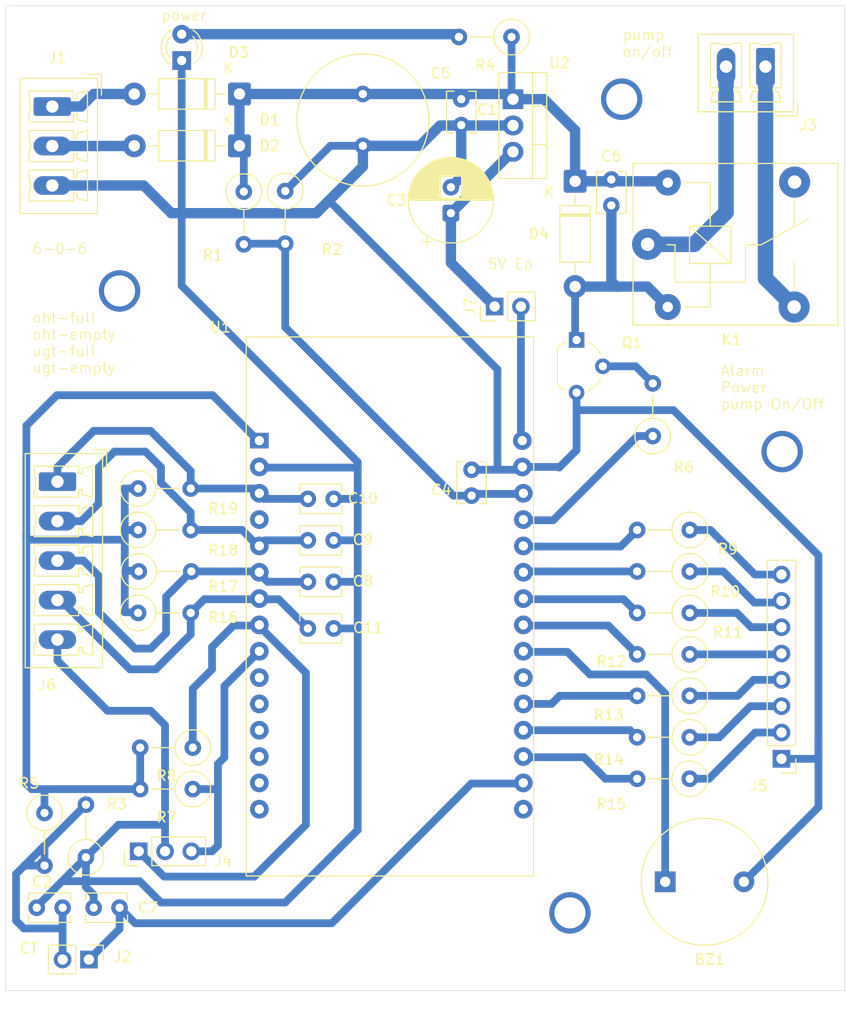
<source format=kicad_pcb>
(kicad_pcb (version 20241229) (generator "pcbnew") (generator_version "9.0")
  (layers (0 "F.Cu" jumper) (2 "B.Cu" signal) (13 "F.Paste" user) (15 "B.Paste" user) (5 "F.SilkS" user "F.Silkscreen") (7 "B.SilkS" user "B.Silkscreen") (1 "F.Mask" user) (3 "B.Mask" user) (25 "Edge.Cuts" user))
  (net 0 "")
  (net 1 "GND")
  (net 2 "+6V")
  (net 3 "+5V")
  (net 4 "Net-(D1-A)")
  (net 5 "Net-(D2-A)")
  (net 6 "Net-(D3-A)")
  (net 7 "+3.3V")
  (net 8 "Net-(J2-Pin_2)")
  (net 9 "v_sens")
  (net 10 "Net-(D4-A)")
  (net 11 "i_sens")
  (net 12 "Net-(J3-Pin_2)")
  (net 13 "Net-(J3-Pin_1)")
  (net 15 "Net-(Q1-B)")
  (net 16 "pump_ctrl")
  (net 25 "ugtFull")
  (net 26 "ohtEmpty")
  (net 27 "ohtfull")
  (net 28 "ugtEmpty")
  (net 29 "Net-(J5-Pin_5)")
  (net 30 "Net-(J5-Pin_6)")
  (net 31 "Net-(J5-Pin_3)")
  (net 32 "Net-(J5-Pin_2)")
  (net 33 "Net-(J5-Pin_4)")
  (net 34 "Net-(J5-Pin_8)")
  (net 35 "Net-(J5-Pin_7)")
  (net 36 "ledAlarm")
  (net 37 "ledPower")
  (net 38 "ledPumpOn")
  (net 39 "ledohtLevel1")
  (net 40 "ledohtLevel2")
  (net 41 "ledugtLevel1")
  (net 42 "ledugtLevel2")
  (net 43 "buzzer")
  (net 44 "manualModeEn")
  (net 45 "alarmReset")
  (net 46 "Net-(J7-Pin_2)")
  (footprint "Capacitor_THT:C_Disc_D3.8mm_W2.6mm_P2.50mm" (layer "F.Cu") (at 88 59.75 -90)
    (property "Reference" "C4" (at 1.94 2.9325 180) (layer "F.SilkS"))
    (property "Value" ".1uF")
    (pad "1" thru_hole circle (at 0 0 270) (size 1.6 1.6) (drill 0.8) (layers "*.Cu" "*.Mask") (net 1 "GND"))
    (pad "2" thru_hole circle (at 2.5 0 270) (size 1.6 1.6) (drill 0.8) (layers "*.Cu" "*.Mask") (net 9 "v_sens"))
  )
  (footprint "Resistor_THT:R_Axial_DIN0309_L9.0mm_D3.2mm_P5.08mm_Vertical" (layer "F.Cu") (at 109.0725 89.56 180)
    (property "Reference" "R15" (at 7.5725 -2.44 0) (layer "F.SilkS"))
    (property "Value" "22k")
    (pad "1" thru_hole circle (at 0 0 180) (size 1.6 1.6) (drill 0.8) (layers "*.Cu" "*.Mask") (net 32 "Net-(J5-Pin_2)"))
    (pad "2" thru_hole circle (at 5.08 0 180) (size 1.6 1.6) (drill 0.8) (layers "*.Cu" "*.Mask") (net 42 "ledugtLevel2"))
  )
  (footprint "Diode_THT:D_DO-41_SOD81_P10.16mm_Horizontal" (layer "F.Cu") (at 65.58 28.5 180)
    (property "Reference" "D2" (at -2.92 0 0) (layer "F.SilkS"))
    (property "Value" "1N4001")
    (fp_text user "K" (at 1.08 2.5 0) (layer "F.SilkS"))
    (pad "1" thru_hole roundrect (at 0 0 180) (size 2.2 2.2) (drill 1.1) (layers "*.Cu" "*.Mask") (roundrect_rratio 0.113636) (net 2 "+6V"))
    (pad "2" thru_hole circle (at 10.16 0 180) (size 2.2 2.2) (drill 1.1) (layers "*.Cu" "*.Mask") (net 5 "Net-(D2-A)"))
  )
  (footprint "Resistor_THT:R_Axial_DIN0309_L9.0mm_D3.2mm_P5.08mm_Vertical" (layer "F.Cu") (at 109.0725 81.56 180)
    (property "Reference" "R13" (at 7.8225 -1.85 0) (layer "F.SilkS"))
    (property "Value" "22k")
    (pad "1" thru_hole circle (at 0 0 180) (size 1.6 1.6) (drill 0.8) (layers "*.Cu" "*.Mask") (net 33 "Net-(J5-Pin_4)"))
    (pad "2" thru_hole circle (at 5.08 0 180) (size 1.6 1.6) (drill 0.8) (layers "*.Cu" "*.Mask") (net 40 "ledohtLevel2"))
  )
  (footprint "Resistor_THT:R_Axial_DIN0309_L9.0mm_D3.2mm_P5.08mm_Vertical" (layer "F.Cu") (at 55.7925 65.56)
    (property "Reference" "R18" (at 8.2075 1.94 0) (layer "F.SilkS"))
    (property "Value" "22k")
    (pad "1" thru_hole circle (at 0 0) (size 1.6 1.6) (drill 0.8) (layers "*.Cu" "*.Mask") (net 7 "+3.3V"))
    (pad "2" thru_hole circle (at 5.08 0) (size 1.6 1.6) (drill 0.8) (layers "*.Cu" "*.Mask") (net 26 "ohtEmpty"))
  )
  (footprint "Capacitor_THT:C_Disc_D3.8mm_W2.6mm_P2.50mm" (layer "F.Cu") (at 51.5 102)
    (property "Reference" "C7" (at 5.25 0 0) (layer "F.SilkS"))
    (property "Value" ".1uF")
    (pad "1" thru_hole circle (at 0 0) (size 1.6 1.6) (drill 0.8) (layers "*.Cu" "*.Mask") (net 1 "GND"))
    (pad "2" thru_hole circle (at 2.5 0) (size 1.6 1.6) (drill 0.8) (layers "*.Cu" "*.Mask") (net 11 "i_sens"))
  )
  (footprint "Diode_THT:D_DO-41_SOD81_P10.16mm_Horizontal" (layer "F.Cu") (at 98 31.92 -90)
    (property "Reference" "D4" (at 5.08 3.5 180) (layer "F.SilkS"))
    (property "Value" "1N4001")
    (fp_text user "K" (at 1.08 2.5 180) (layer "F.SilkS"))
    (pad "1" thru_hole roundrect (at 0 0 270) (size 2.2 2.2) (drill 1.1) (layers "*.Cu" "*.Mask") (roundrect_rratio 0.113636) (net 2 "+6V"))
    (pad "2" thru_hole circle (at 10.16 0 270) (size 2.2 2.2) (drill 1.1) (layers "*.Cu" "*.Mask") (net 10 "Net-(D4-A)"))
  )
  (footprint "Capacitor_THT:C_Disc_D3.8mm_W2.6mm_P2.50mm" (layer "F.Cu") (at 72.1825 66.56)
    (property "Reference" "C9" (at 5.3175 -0.06 0) (layer "F.SilkS"))
    (property "Value" ".1uF")
    (pad "1" thru_hole circle (at 0 0) (size 1.6 1.6) (drill 0.8) (layers "*.Cu" "*.Mask") (net 26 "ohtEmpty"))
    (pad "2" thru_hole circle (at 2.5 0) (size 1.6 1.6) (drill 0.8) (layers "*.Cu" "*.Mask") (net 1 "GND"))
  )
  (footprint "Connector_PinHeader_2.54mm:PinHeader_1x02_P2.54mm_Vertical" (layer "F.Cu") (at 90.225 44 90)
    (property "Reference" "J7" (at 0 -2.38 90) (layer "F.SilkS"))
    (property "Value" "Conn_01x02_Pin")
    (pad "1" thru_hole rect (at 0 0 90) (size 1.7 1.7) (drill 1) (layers "*.Cu" "*.Mask") (net 3 "+5V"))
    (pad "2" thru_hole circle (at 0 2.54 90) (size 1.7 1.7) (drill 1) (layers "*.Cu" "*.Mask") (net 46 "Net-(J7-Pin_2)"))
  )
  (footprint "Resistor_THT:R_Axial_DIN0309_L9.0mm_D3.2mm_P5.08mm_Vertical" (layer "F.Cu") (at 70 32.86 -90)
    (property "Reference" "R2" (at 5.64 -4.5 180) (layer "F.SilkS"))
    (property "Value" "22k")
    (pad "1" thru_hole circle (at 0 0 270) (size 1.6 1.6) (drill 0.8) (layers "*.Cu" "*.Mask") (net 1 "GND"))
    (pad "2" thru_hole circle (at 5.08 0 270) (size 1.6 1.6) (drill 0.8) (layers "*.Cu" "*.Mask") (net 9 "v_sens"))
  )
  (footprint "Resistor_THT:R_Axial_DIN0309_L9.0mm_D3.2mm_P5.08mm_Vertical" (layer "F.Cu") (at 50.75 97.14 90)
    (property "Reference" "R5" (at 7.14 -5.5 180) (layer "F.SilkS"))
    (property "Value" "22k")
    (pad "1" thru_hole circle (at 0 0 90) (size 1.6 1.6) (drill 0.8) (layers "*.Cu" "*.Mask") (net 1 "GND"))
    (pad "2" thru_hole circle (at 5.08 0 90) (size 1.6 1.6) (drill 0.8) (layers "*.Cu" "*.Mask") (net 8 "Net-(J2-Pin_2)"))
  )
  (footprint "Resistor_THT:R_Axial_DIN0309_L9.0mm_D3.2mm_P5.08mm_Vertical" (layer "F.Cu") (at 91.86 18 180)
    (property "Reference" "R4" (at 2.54 -2.72 0) (layer "F.SilkS"))
    (property "Value" "22k")
    (pad "1" thru_hole circle (at 0 0 180) (size 1.6 1.6) (drill 0.8) (layers "*.Cu" "*.Mask") (net 2 "+6V"))
    (pad "2" thru_hole circle (at 5.08 0 180) (size 1.6 1.6) (drill 0.8) (layers "*.Cu" "*.Mask") (net 6 "Net-(D3-A)"))
  )
  (footprint "Capacitor_THT:C_Disc_D3.8mm_W2.6mm_P2.50mm" (layer "F.Cu") (at 101.5 34.25 90)
    (property "Reference" "C6" (at 4.75 0 180) (layer "F.SilkS"))
    (property "Value" ".1uF")
    (pad "1" thru_hole circle (at 0 0 90) (size 1.6 1.6) (drill 0.8) (layers "*.Cu" "*.Mask") (net 10 "Net-(D4-A)"))
    (pad "2" thru_hole circle (at 2.5 0 90) (size 1.6 1.6) (drill 0.8) (layers "*.Cu" "*.Mask") (net 2 "+6V"))
  )
  (footprint "Capacitor_THT:C_Disc_D3.8mm_W2.6mm_P2.50mm" (layer "F.Cu") (at 72.1825 75.06)
    (property "Reference" "C11" (at 5.8175 -0.06 0) (layer "F.SilkS"))
    (property "Value" ".1uF")
    (pad "1" thru_hole circle (at 0 0) (size 1.6 1.6) (drill 0.8) (layers "*.Cu" "*.Mask") (net 28 "ugtEmpty"))
    (pad "2" thru_hole circle (at 2.5 0) (size 1.6 1.6) (drill 0.8) (layers "*.Cu" "*.Mask") (net 1 "GND"))
  )
  (footprint "Package_TO_SOT_THT:TO-220-3_Vertical" (layer "F.Cu") (at 92 24 -90)
    (property "Reference" "U2" (at -3.5 -4.5 180) (layer "F.SilkS"))
    (property "Value" "LM7805_TO220")
    (pad "1" thru_hole rect (at 0 0 270) (size 1.905 2) (drill 1.1) (layers "*.Cu" "*.Mask") (net 2 "+6V"))
    (pad "2" thru_hole oval (at 2.54 0 270) (size 1.905 2) (drill 1.1) (layers "*.Cu" "*.Mask") (net 1 "GND"))
    (pad "3" thru_hole oval (at 5.08 0 270) (size 1.905 2) (drill 1.1) (layers "*.Cu" "*.Mask") (net 3 "+5V"))
  )
  (footprint "Relay_THT:Relay_SPDT_SANYOU_SRD_Series_Form_C" (layer "F.Cu") (at 105 38)
    (property "Reference" "K1" (at 8.1 9.2 0) (layer "F.SilkS"))
    (property "Value" "SANYOU_SRD_Form_C")
    (pad "1" thru_hole circle (at 0 0 90) (size 3 3) (drill 1.3) (layers "*.Cu" "*.Mask") (net 12 "Net-(J3-Pin_2)"))
    (pad "2" thru_hole circle (at 1.95 6.05 90) (size 2.5 2.5) (drill 1) (layers "*.Cu" "*.Mask") (net 10 "Net-(D4-A)"))
    (pad "3" thru_hole circle (at 14.15 6.05 90) (size 3 3) (drill 1.3) (layers "*.Cu" "*.Mask") (net 13 "Net-(J3-Pin_1)"))
    (pad "4" thru_hole circle (at 14.2 -6 90) (size 3 3) (drill 1.3) (layers "*.Cu" "*.Mask"))
    (pad "5" thru_hole circle (at 1.95 -5.95 90) (size 2.5 2.5) (drill 1) (layers "*.Cu" "*.Mask") (net 2 "+6V"))
  )
  (footprint "Capacitor_THT:C_Radial_D12.5mm_H20.0mm_P5.00mm" (layer "F.Cu") (at 77.5 23.5 -90)
    (property "Reference" "C1" (at 1.5 -12 180) (layer "F.SilkS"))
    (property "Value" "1000uf")
    (pad "1" thru_hole circle (at 0 0 270) (size 1.6 1.6) (drill 0.8) (layers "*.Cu" "*.Mask") (net 2 "+6V"))
    (pad "2" thru_hole circle (at 5 0 270) (size 1.6 1.6) (drill 0.8) (layers "*.Cu" "*.Mask") (net 1 "GND"))
  )
  (footprint "Resistor_THT:R_Axial_DIN0309_L9.0mm_D3.2mm_P5.08mm_Vertical" (layer "F.Cu") (at 61.0725 86.56 180)
    (property "Reference" "R8" (at 2.54 -2.72 0) (layer "F.SilkS"))
    (property "Value" "22k")
    (pad "1" thru_hole circle (at 0 0 180) (size 1.6 1.6) (drill 0.8) (layers "*.Cu" "*.Mask") (net 45 "alarmReset"))
    (pad "2" thru_hole circle (at 5.08 0 180) (size 1.6 1.6) (drill 0.8) (layers "*.Cu" "*.Mask") (net 7 "+3.3V"))
  )
  (footprint "Connector_Phoenix_MC:PhoenixContact_MCV_1,5_5-G-3.81_1x05_P3.81mm_Vertical" (layer "F.Cu") (at 48 60.8975 -90)
    (property "Reference" "J6" (at 19.6025 1 180) (layer "F.SilkS"))
    (property "Value" "Conn_01x05_Pin")
    (pad "1" thru_hole roundrect (at 0 0 270) (size 1.8 3.6) (drill 1.2) (layers "*.Cu" "*.Mask") (roundrect_rratio 0.138889) (net 27 "ohtfull"))
    (pad "2" thru_hole oval (at 3.81 0 270) (size 1.8 3.6) (drill 1.2) (layers "*.Cu" "*.Mask") (net 26 "ohtEmpty"))
    (pad "3" thru_hole oval (at 7.62 0 270) (size 1.8 3.6) (drill 1.2) (layers "*.Cu" "*.Mask") (net 25 "ugtFull"))
    (pad "4" thru_hole oval (at 11.43 0 270) (size 1.8 3.6) (drill 1.2) (layers "*.Cu" "*.Mask") (net 28 "ugtEmpty"))
    (pad "5" thru_hole oval (at 15.24 0 270) (size 1.8 3.6) (drill 1.2) (layers "*.Cu" "*.Mask") (net 1 "GND"))
  )
  (footprint "Connector_Phoenix_MC:PhoenixContact_MCV_1,5_2-G-3.81_1x02_P3.81mm_Vertical" (layer "F.Cu") (at 116.3875 20.8575 180)
    (property "Reference" "J3" (at -4.1125 -5.6425 0) (layer "F.SilkS"))
    (property "Value" "TerminalBlock")
    (pad "1" thru_hole roundrect (at 0 0 180) (size 1.8 3.6) (drill 1.2) (layers "*.Cu" "*.Mask") (roundrect_rratio 0.138889) (net 13 "Net-(J3-Pin_1)"))
    (pad "2" thru_hole oval (at 3.81 0 180) (size 1.8 3.6) (drill 1.2) (layers "*.Cu" "*.Mask") (net 12 "Net-(J3-Pin_2)"))
  )
  (footprint "Capacitor_THT:CP_Radial_D8.0mm_P2.50mm" (layer "F.Cu") (at 86 35 90)
    (property "Reference" "C3" (at 1.25 -5.25 180) (layer "F.SilkS"))
    (property "Value" "10uF")
    (pad "1" thru_hole roundrect (at 0 0 90) (size 1.6 1.6) (drill 0.8) (layers "*.Cu" "*.Mask") (roundrect_rratio 0.15625) (net 3 "+5V"))
    (pad "2" thru_hole circle (at 2.5 0 90) (size 1.6 1.6) (drill 0.8) (layers "*.Cu" "*.Mask") (net 1 "GND"))
  )
  (footprint "Resistor_THT:R_Axial_DIN0309_L9.0mm_D3.2mm_P5.08mm_Vertical" (layer "F.Cu") (at 66 32.92 -90)
    (property "Reference" "R1" (at 6.13 3 180) (layer "F.SilkS"))
    (property "Value" "22k")
    (pad "1" thru_hole circle (at 0 0 270) (size 1.6 1.6) (drill 0.8) (layers "*.Cu" "*.Mask") (net 2 "+6V"))
    (pad "2" thru_hole circle (at 5.08 0 270) (size 1.6 1.6) (drill 0.8) (layers "*.Cu" "*.Mask") (net 9 "v_sens"))
  )
  (footprint "Package_TO_SOT_THT:TO-92_Wide" (layer "F.Cu") (at 98.14 47.23 -90)
    (property "Reference" "Q1" (at 0.27 -5.36 0) (layer "F.SilkS"))
    (property "Value" "BC547")
    (pad "1" thru_hole rect (at 0 0 270) (size 1.5 1.5) (drill 0.8) (layers "*.Cu" "*.Mask") (net 10 "Net-(D4-A)"))
    (pad "2" thru_hole circle (at 2.54 -2.54 270) (size 1.5 1.5) (drill 0.8) (layers "*.Cu" "*.Mask") (net 15 "Net-(Q1-B)"))
    (pad "3" thru_hole circle (at 5.08 0 270) (size 1.5 1.5) (drill 0.8) (layers "*.Cu" "*.Mask") (net 1 "GND"))
  )
  (footprint "Connector_PinHeader_2.54mm:PinHeader_1x08_P2.54mm_Vertical" (layer "F.Cu") (at 117.9325 87.64 180)
    (property "Reference" "J5" (at 2.1825 -2.61 0) (layer "F.SilkS"))
    (property "Value" "Conn_01x08_Pin")
    (pad "1" thru_hole rect (at 0 0 180) (size 1.7 1.7) (drill 1) (layers "*.Cu" "*.Mask") (net 1 "GND"))
    (pad "2" thru_hole circle (at 0 2.54 180) (size 1.7 1.7) (drill 1) (layers "*.Cu" "*.Mask") (net 32 "Net-(J5-Pin_2)"))
    (pad "3" thru_hole circle (at 0 5.08 180) (size 1.7 1.7) (drill 1) (layers "*.Cu" "*.Mask") (net 31 "Net-(J5-Pin_3)"))
    (pad "4" thru_hole circle (at 0 7.62 180) (size 1.7 1.7) (drill 1) (layers "*.Cu" "*.Mask") (net 33 "Net-(J5-Pin_4)"))
    (pad "5" thru_hole circle (at 0 10.16 180) (size 1.7 1.7) (drill 1) (layers "*.Cu" "*.Mask") (net 29 "Net-(J5-Pin_5)"))
    (pad "6" thru_hole circle (at 0 12.7 180) (size 1.7 1.7) (drill 1) (layers "*.Cu" "*.Mask") (net 30 "Net-(J5-Pin_6)"))
    (pad "7" thru_hole circle (at 0 15.24 180) (size 1.7 1.7) (drill 1) (layers "*.Cu" "*.Mask") (net 35 "Net-(J5-Pin_7)"))
    (pad "8" thru_hole circle (at 0 17.78 180) (size 1.7 1.7) (drill 1) (layers "*.Cu" "*.Mask") (net 34 "Net-(J5-Pin_8)"))
  )
  (footprint "Resistor_THT:R_Axial_DIN0309_L9.0mm_D3.2mm_P5.08mm_Vertical" (layer "F.Cu") (at 55.8525 69.56)
    (property "Reference" "R17" (at 8.1475 1.44 0) (layer "F.SilkS"))
    (property "Value" "22k")
    (pad "1" thru_hole circle (at 0 0) (size 1.6 1.6) (drill 0.8) (layers "*.Cu" "*.Mask") (net 7 "+3.3V"))
    (pad "2" thru_hole circle (at 5.08 0) (size 1.6 1.6) (drill 0.8) (layers "*.Cu" "*.Mask") (net 25 "ugtFull"))
  )
  (footprint "Resistor_THT:R_Axial_DIN0309_L9.0mm_D3.2mm_P5.08mm_Vertical" (layer "F.Cu") (at 109.0725 69.56 180)
    (property "Reference" "R10" (at -3.4275 -1.94 0) (layer "F.SilkS"))
    (property "Value" "22k")
    (pad "1" thru_hole circle (at 0 0 180) (size 1.6 1.6) (drill 0.8) (layers "*.Cu" "*.Mask") (net 35 "Net-(J5-Pin_7)"))
    (pad "2" thru_hole circle (at 5.08 0 180) (size 1.6 1.6) (drill 0.8) (layers "*.Cu" "*.Mask") (net 37 "ledPower"))
  )
  (footprint "LED_THT:LED_D3.0mm" (layer "F.Cu") (at 60 20.27 90)
    (property "Reference" "D3" (at 0.77 5.5 180) (layer "F.SilkS"))
    (property "Value" "LED")
    (pad "1" thru_hole rect (at 0 0 90) (size 1.8 1.8) (drill 0.9) (layers "*.Cu" "*.Mask") (net 1 "GND"))
    (pad "2" thru_hole circle (at 2.54 0 90) (size 1.8 1.8) (drill 0.9) (layers "*.Cu" "*.Mask") (net 6 "Net-(D3-A)"))
  )
  (footprint "Resistor_THT:R_Axial_DIN0309_L9.0mm_D3.2mm_P5.08mm_Vertical" (layer "F.Cu") (at 46.75 92.86 -90)
    (property "Reference" "R3" (at -0.86 -7 180) (layer "F.SilkS"))
    (property "Value" "22k")
    (pad "1" thru_hole circle (at 0 0 270) (size 1.6 1.6) (drill 0.8) (layers "*.Cu" "*.Mask") (net 7 "+3.3V"))
    (pad "2" thru_hole circle (at 5.08 0 270) (size 1.6 1.6) (drill 0.8) (layers "*.Cu" "*.Mask") (net 8 "Net-(J2-Pin_2)"))
  )
  (footprint "myLib:BUZ_12X7P6" (layer "F.Cu") (at 110.5 99.5 90)
    (property "Reference" "BZ1" (at -7.5 0.5 180) (layer "F.SilkS"))
    (property "Value" "Buzzer")
    (pad "1" thru_hole rect (at 0 -3.8 90) (size 2 2) (drill 1) (layers "*.Cu" "*.Mask") (net 43 "buzzer"))
    (pad "2" thru_hole oval (at 0 3.8 90) (size 2 2) (drill 1) (layers "*.Cu" "*.Mask") (net 1 "GND"))
  )
  (footprint "Diode_THT:D_DO-41_SOD81_P10.16mm_Horizontal" (layer "F.Cu") (at 65.58 23.5 180)
    (property "Reference" "D1" (at -2.92 -2.5 0) (layer "F.SilkS"))
    (property "Value" "1N4001")
    (fp_text user "K" (at 1.08 2.5 0) (layer "F.SilkS"))
    (pad "1" thru_hole roundrect (at 0 0 180) (size 2.2 2.2) (drill 1.1) (layers "*.Cu" "*.Mask") (roundrect_rratio 0.113636) (net 2 "+6V"))
    (pad "2" thru_hole circle (at 10.16 0 180) (size 2.2 2.2) (drill 1.1) (layers "*.Cu" "*.Mask") (net 4 "Net-(D1-A)"))
  )
  (footprint "Resistor_THT:R_Axial_DIN0309_L9.0mm_D3.2mm_P5.08mm_Vertical" (layer "F.Cu") (at 109.0725 85.56 180)
    (property "Reference" "R14" (at 7.8225 -2.15 0) (layer "F.SilkS"))
    (property "Value" "22k")
    (pad "1" thru_hole circle (at 0 0 180) (size 1.6 1.6) (drill 0.8) (layers "*.Cu" "*.Mask") (net 31 "Net-(J5-Pin_3)"))
    (pad "2" thru_hole circle (at 5.08 0 180) (size 1.6 1.6) (drill 0.8) (layers "*.Cu" "*.Mask") (net 41 "ledugtLevel1"))
  )
  (footprint "Connector_PinHeader_2.54mm:PinHeader_1x03_P2.54mm_Vertical" (layer "F.Cu") (at 55.8525 96.56 90)
    (property "Reference" "J4" (at -0.94 8.1475 180) (layer "F.SilkS"))
    (property "Value" "Conn_01x03_Pin")
    (pad "1" thru_hole rect (at 0 0 90) (size 1.7 1.7) (drill 1) (layers "*.Cu" "*.Mask") (net 45 "alarmReset"))
    (pad "2" thru_hole circle (at 0 2.54 90) (size 1.7 1.7) (drill 1) (layers "*.Cu" "*.Mask") (net 1 "GND"))
    (pad "3" thru_hole circle (at 0 5.08 90) (size 1.7 1.7) (drill 1) (layers "*.Cu" "*.Mask") (net 44 "manualModeEn"))
  )
  (footprint "myLib:ESP32-DevKit-V1" (layer "F.Cu") (at 67.5 56.94)
    (property "Reference" "U1" (at -3.75 -10.94 0) (layer "F.SilkS"))
    (property "Value" "ESP32-DevKit-V1")
    (pad "1" thru_hole rect (at 0 0) (size 1.8 1.5) (drill 0.9) (layers "*.Cu" "*.Mask") (net 7 "+3.3V"))
    (pad "2" thru_hole circle (at 0 2.54) (size 1.8 1.8) (drill 0.9) (layers "*.Cu" "*.Mask") (net 1 "GND"))
    (pad "3" thru_hole circle (at 0 5.08) (size 1.8 1.8) (drill 0.9) (layers "*.Cu" "*.Mask") (net 27 "ohtfull"))
    (pad "4" thru_hole circle (at 0 7.62) (size 1.8 1.8) (drill 0.9) (layers "*.Cu" "*.Mask"))
    (pad "5" thru_hole circle (at 0 10.16) (size 1.8 1.8) (drill 0.9) (layers "*.Cu" "*.Mask") (net 26 "ohtEmpty"))
    (pad "6" thru_hole circle (at 0 12.7) (size 1.8 1.8) (drill 0.9) (layers "*.Cu" "*.Mask") (net 25 "ugtFull"))
    (pad "7" thru_hole circle (at 0 15.24) (size 1.8 1.8) (drill 0.9) (layers "*.Cu" "*.Mask") (net 28 "ugtEmpty"))
    (pad "8" thru_hole circle (at 0 17.78) (size 1.8 1.8) (drill 0.9) (layers "*.Cu" "*.Mask") (net 45 "alarmReset"))
    (pad "9" thru_hole circle (at 0 20.32) (size 1.8 1.8) (drill 0.9) (layers "*.Cu" "*.Mask") (net 44 "manualModeEn"))
    (pad "10" thru_hole circle (at 0 22.86) (size 1.8 1.8) (drill 0.9) (layers "*.Cu" "*.Mask"))
    (pad "11" thru_hole circle (at 0 25.4) (size 1.8 1.8) (drill 0.9) (layers "*.Cu" "*.Mask"))
    (pad "12" thru_hole circle (at 0 27.94) (size 1.8 1.8) (drill 0.9) (layers "*.Cu" "*.Mask"))
    (pad "13" thru_hole circle (at 0 30.48) (size 1.8 1.8) (drill 0.9) (layers "*.Cu" "*.Mask"))
    (pad "14" thru_hole circle (at 0 33.02) (size 1.8 1.8) (drill 0.9) (layers "*.Cu" "*.Mask"))
    (pad "15" thru_hole circle (at 0 35.56) (size 1.8 1.8) (drill 0.9) (layers "*.Cu" "*.Mask"))
    (pad "16" thru_hole circle (at 25.5 35.56) (size 1.8 1.8) (drill 0.9) (layers "*.Cu" "*.Mask"))
    (pad "17" thru_hole circle (at 25.5 33.02) (size 1.8 1.8) (drill 0.9) (layers "*.Cu" "*.Mask") (net 11 "i_sens"))
    (pad "18" thru_hole circle (at 25.5 30.48) (size 1.8 1.8) (drill 0.9) (layers "*.Cu" "*.Mask") (net 42 "ledugtLevel2"))
    (pad "19" thru_hole circle (at 25.5 27.94) (size 1.8 1.8) (drill 0.9) (layers "*.Cu" "*.Mask") (net 41 "ledugtLevel1"))
    (pad "20" thru_hole circle (at 25.5 25.4) (size 1.8 1.8) (drill 0.9) (layers "*.Cu" "*.Mask") (net 40 "ledohtLevel2"))
    (pad "21" thru_hole circle (at 25.5 22.86) (size 1.8 1.8) (drill 0.9) (layers "*.Cu" "*.Mask"))
    (pad "22" thru_hole circle (at 25.5 20.32) (size 1.8 1.8) (drill 0.9) (layers "*.Cu" "*.Mask") (net 43 "buzzer"))
    (pad "23" thru_hole circle (at 25.5 17.78) (size 1.8 1.8) (drill 0.9) (layers "*.Cu" "*.Mask") (net 39 "ledohtLevel1"))
    (pad "24" thru_hole circle (at 25.5 15.24) (size 1.8 1.8) (drill 0.9) (layers "*.Cu" "*.Mask") (net 38 "ledPumpOn"))
    (pad "25" thru_hole circle (at 25.5 12.7) (size 1.8 1.8) (drill 0.9) (layers "*.Cu" "*.Mask") (net 37 "ledPower"))
    (pad "26" thru_hole circle (at 25.5 10.16) (size 1.8 1.8) (drill 0.9) (layers "*.Cu" "*.Mask") (net 36 "ledAlarm"))
    (pad "27" thru_hole circle (at 25.5 7.62) (size 1.8 1.8) (drill 0.9) (layers "*.Cu" "*.Mask") (net 16 "pump_ctrl"))
    (pad "28" thru_hole circle (at 25.5 5.08) (size 1.8 1.8) (drill 0.9) (layers "*.Cu" "*.Mask") (net 9 "v_sens"))
    (pad "29" thru_hole circle (at 25.4 2.54) (size 1.8 1.8) (drill 0.9) (layers "*.Cu" "*.Mask") (net 1 "GND"))
    (pad "30" thru_hole circle (at 25.4 0) (size 1.8 1.8) (drill 0.9) (layers "*.Cu" "*.Mask") (net 46 "Net-(J7-Pin_2)"))
  )
  (footprint "Resistor_THT:R_Axial_DIN0309_L9.0mm_D3.2mm_P5.08mm_Vertical" (layer "F.Cu") (at 109.0725 77.56 180)
    (property "Reference" "R12" (at 7.5725 -0.69 0) (layer "F.SilkS"))
    (property "Value" "22k")
    (pad "1" thru_hole circle (at 0 0 180) (size 1.6 1.6) (drill 0.8) (layers "*.Cu" "*.Mask") (net 29 "Net-(J5-Pin_5)"))
    (pad "2" thru_hole circle (at 5.08 0 180) (size 1.6 1.6) (drill 0.8) (layers "*.Cu" "*.Mask") (net 39 "ledohtLevel1"))
  )
  (footprint "Resistor_THT:R_Axial_DIN0309_L9.0mm_D3.2mm_P5.08mm_Vertical" (layer "F.Cu") (at 55.7925 61.56)
    (property "Reference" "R19" (at 8.2075 1.94 0) (layer "F.SilkS"))
    (property "Value" "22k")
    (pad "1" thru_hole circle (at 0 0) (size 1.6 1.6) (drill 0.8) (layers "*.Cu" "*.Mask") (net 7 "+3.3V"))
    (pad "2" thru_hole circle (at 5.08 0) (size 1.6 1.6) (drill 0.8) (layers "*.Cu" "*.Mask") (net 27 "ohtfull"))
  )
  (footprint "Resistor_THT:R_Axial_DIN0309_L9.0mm_D3.2mm_P5.08mm_Vertical" (layer "F.Cu") (at 109.0725 65.56 180)
    (property "Reference" "R9" (at -3.6775 -1.85 0) (layer "F.SilkS"))
    (property "Value" "22k")
    (pad "1" thru_hole circle (at 0 0 180) (size 1.6 1.6) (drill 0.8) (layers "*.Cu" "*.Mask") (net 34 "Net-(J5-Pin_8)"))
    (pad "2" thru_hole circle (at 5.08 0 180) (size 1.6 1.6) (drill 0.8) (layers "*.Cu" "*.Mask") (net 36 "ledAlarm"))
  )
  (footprint "Connector_PinHeader_2.54mm:PinHeader_1x02_P2.54mm_Vertical" (layer "F.Cu") (at 51.04 107 -90)
    (property "Reference" "J2" (at -0.25 -3.25 180) (layer "F.SilkS"))
    (property "Value" "Conn_01x02_Pin")
    (pad "1" thru_hole rect (at 0 0 270) (size 1.7 1.7) (drill 1) (layers "*.Cu" "*.Mask") (net 11 "i_sens"))
    (pad "2" thru_hole circle (at 0 2.54 270) (size 1.7 1.7) (drill 1) (layers "*.Cu" "*.Mask") (net 8 "Net-(J2-Pin_2)"))
  )
  (footprint "Capacitor_THT:C_Disc_D3.8mm_W2.6mm_P2.50mm" (layer "F.Cu") (at 72.1825 62.56)
    (property "Reference" "C10" (at 5.3175 -0.06 0) (layer "F.SilkS"))
    (property "Value" ".1uF")
    (pad "1" thru_hole circle (at 0 0) (size 1.6 1.6) (drill 0.8) (layers "*.Cu" "*.Mask") (net 27 "ohtfull"))
    (pad "2" thru_hole circle (at 2.5 0) (size 1.6 1.6) (drill 0.8) (layers "*.Cu" "*.Mask") (net 1 "GND"))
  )
  (footprint "Resistor_THT:R_Axial_DIN0309_L9.0mm_D3.2mm_P5.08mm_Vertical" (layer "F.Cu") (at 55.7925 73.56)
    (property "Reference" "R16" (at 8.2075 0.44 0) (layer "F.SilkS"))
    (property "Value" "22k")
    (pad "1" thru_hole circle (at 0 0) (size 1.6 1.6) (drill 0.8) (layers "*.Cu" "*.Mask") (net 7 "+3.3V"))
    (pad "2" thru_hole circle (at 5.08 0) (size 1.6 1.6) (drill 0.8) (layers "*.Cu" "*.Mask") (net 28 "ugtEmpty"))
  )
  (footprint "Resistor_THT:R_Axial_DIN0309_L9.0mm_D3.2mm_P5.08mm_Vertical" (layer "F.Cu") (at 61.0725 90.56 180)
    (property "Reference" "R7" (at 2.54 -2.72 0) (layer "F.SilkS"))
    (property "Value" "22k")
    (pad "1" thru_hole circle (at 0 0 180) (size 1.6 1.6) (drill 0.8) (layers "*.Cu" "*.Mask") (net 44 "manualModeEn"))
    (pad "2" thru_hole circle (at 5.08 0 180) (size 1.6 1.6) (drill 0.8) (layers "*.Cu" "*.Mask") (net 7 "+3.3V"))
  )
  (footprint "Resistor_THT:R_Axial_DIN0309_L9.0mm_D3.2mm_P5.08mm_Vertical" (layer "F.Cu") (at 105.5 56.5 90)
    (property "Reference" "R6" (at -3 3 180) (layer "F.SilkS"))
    (property "Value" "22k")
    (pad "1" thru_hole circle (at 0 0 90) (size 1.6 1.6) (drill 0.8) (layers "*.Cu" "*.Mask") (net 16 "pump_ctrl"))
    (pad "2" thru_hole circle (at 5.08 0 90) (size 1.6 1.6) (drill 0.8) (layers "*.Cu" "*.Mask") (net 15 "Net-(Q1-B)"))
  )
  (footprint "Capacitor_THT:C_Disc_D3.8mm_W2.6mm_P2.50mm" (layer "F.Cu") (at 87 26.5 90)
    (property "Reference" "C5" (at 5 -2 180) (layer "F.SilkS"))
    (property "Value" ".1uF")
    (pad "1" thru_hole circle (at 0 0 90) (size 1.6 1.6) (drill 0.8) (layers "*.Cu" "*.Mask") (net 1 "GND"))
    (pad "2" thru_hole circle (at 2.5 0 90) (size 1.6 1.6) (drill 0.8) (layers "*.Cu" "*.Mask") (net 2 "+6V"))
  )
  (footprint "Connector_Phoenix_MC:PhoenixContact_MCV_1,5_3-G-3.81_1x03_P3.81mm_Vertical" (layer "F.Cu") (at 47.5 24.7075 -90)
    (property "Reference" "J1" (at -4.7075 -0.5 0) (layer "F.SilkS"))
    (property "Value" "TerminalBlock")
    (pad "1" thru_hole roundrect (at 0 0 270) (size 1.8 3.6) (drill 1.2) (layers "*.Cu" "*.Mask") (roundrect_rratio 0.138889) (net 4 "Net-(D1-A)"))
    (pad "2" thru_hole oval (at 3.81 0 270) (size 1.8 3.6) (drill 1.2) (layers "*.Cu" "*.Mask") (net 5 "Net-(D2-A)"))
    (pad "3" thru_hole oval (at 7.62 0 270) (size 1.8 3.6) (drill 1.2) (layers "*.Cu" "*.Mask") (net 1 "GND"))
  )
  (footprint "Resistor_THT:R_Axial_DIN0309_L9.0mm_D3.2mm_P5.08mm_Vertical" (layer "F.Cu") (at 109.0725 73.56 180)
    (property "Reference" "R11" (at -3.6775 -1.85 0) (layer "F.SilkS"))
    (property "Value" "22k")
    (pad "1" thru_hole circle (at 0 0 180) (size 1.6 1.6) (drill 0.8) (layers "*.Cu" "*.Mask") (net 30 "Net-(J5-Pin_6)"))
    (pad "2" thru_hole circle (at 5.08 0 180) (size 1.6 1.6) (drill 0.8) (layers "*.Cu" "*.Mask") (net 38 "ledPumpOn"))
  )
  (footprint "Capacitor_THT:C_Disc_D3.8mm_W2.6mm_P2.50mm" (layer "F.Cu") (at 72.1825 70.56)
    (property "Reference" "C8" (at 5.3175 -0.06 0) (layer "F.SilkS"))
    (property "Value" ".1uF")
    (pad "1" thru_hole circle (at 0 0) (size 1.6 1.6) (drill 0.8) (layers "*.Cu" "*.Mask") (net 25 "ugtFull"))
    (pad "2" thru_hole circle (at 2.5 0) (size 1.6 1.6) (drill 0.8) (layers "*.Cu" "*.Mask") (net 1 "GND"))
  )
  (footprint "Capacitor_THT:C_Disc_D3.8mm_W2.6mm_P2.50mm" (layer "F.Cu") (at 46 102)
    (property "Reference" "C2" (at 0.5 -2.5 0) (layer "F.SilkS"))
    (property "Value" ".1uF")
    (pad "1" thru_hole circle (at 0 0) (size 1.6 1.6) (drill 0.8) (layers "*.Cu" "*.Mask") (net 1 "GND"))
    (pad "2" thru_hole circle (at 2.5 0) (size 1.6 1.6) (drill 0.8) (layers "*.Cu" "*.Mask") (net 8 "Net-(J2-Pin_2)"))
  )
  (gr_line (start 43 110) (end 124 110) (stroke (width 0.05)) (layer "Edge.Cuts"))
  (gr_line (start 43 15) (end 43 110) (stroke (width 0.05)) (layer "Edge.Cuts"))
  (gr_line (start 124 15) (end 43 15) (stroke (width 0.05)) (layer "Edge.Cuts"))
  (gr_line (start 124 110) (end 124 15) (stroke (width 0.05)) (layer "Edge.Cuts"))
  (gr_text "6-0-6" (at 45.5 39 0) (layer "F.SilkS") (effects (font (size 1 1) (thickness 0.1)) (justify left bottom)))
  (gr_text "power" (at 58 16.5 0) (layer "F.SilkS") (effects (font (size 1 1) (thickness 0.1)) (justify left bottom)))
  (gr_text "Alarm\nPower\npump On/Off" (at 112 54 0) (layer "F.SilkS") (effects (font (size 1 1) (thickness 0.1)) (justify left bottom)))
  (gr_text "5V En" (at 89.5 40.5 0) (layer "F.SilkS") (effects (font (size 1 1) (thickness 0.1)) (justify left bottom)))
  (gr_text "CT" (at 44.25 106.5 0) (layer "F.SilkS") (effects (font (size 1 1)) (justify left bottom)))
  (gr_text "pump \non/off" (at 105 20 0) (layer "F.SilkS") (effects (font (size 1 1) (thickness 0.1)) (justify bottom)))
  (gr_text "oht-full\noht-empty\nugt-full\nugt-empty" (at 45.5 50.5 0) (layer "F.SilkS") (effects (font (size 1 1) (thickness 0.1)) (justify left bottom)))
  (via (at 118 58) (size 4) (drill 3) (layers "F.Cu" "B.Cu") (net 0))
  (via (at 97.5 102.5) (size 4) (drill 3) (layers "F.Cu" "B.Cu") (net 0))
  (via (at 102.5 24) (size 4) (drill 3) (layers "F.Cu" "B.Cu") (net 0))
  (via (at 54 42.5) (size 4) (drill 3) (layers "F.Cu" "B.Cu") (net 0))
  (segment (start 56.3275 32.3275) (end 47.5 32.3275) (width 1) (layer "B.Cu") (net 1))
  (segment (start 98.14 54) (end 107.5 54) (width 0.75) (layer "B.Cu") (net 1))
  (segment (start 60 20.27) (end 60 42) (width 0.75) (layer "B.Cu") (net 1))
  (segment (start 77 62.5) (end 77 66.5) (width 0.75) (layer "B.Cu") (net 1))
  (segment (start 74.6825 62.56) (end 76.94 62.56) (width 0.75) (layer "B.Cu") (net 1))
  (segment (start 59 35) (end 73 35) (width 1) (layer "B.Cu") (net 1))
  (segment (start 76.94 75.06) (end 77 75) (width 0.75) (layer "B.Cu") (net 1))
  (segment (start 60 42) (end 77 59) (width 0.75) (layer "B.Cu") (net 1))
  (segment (start 74.375 33.9425) (end 87.9325 47.5) (width 0.75) (layer "B.Cu") (net 1))
  (segment (start 74.6825 66.56) (end 76.94 66.56) (width 0.75) (layer "B.Cu") (net 1))
  (segment (start 77 75) (end 77 94.5) (width 0.75) (layer "B.Cu") (net 1))
  (segment (start 59 35) (end 56.3275 32.3275) (width 1) (layer "B.Cu") (net 1))
  (segment (start 77 59) (end 77 59.5) (width 0.75) (layer "B.Cu") (net 1))
  (segment (start 76.94 66.56) (end 77 66.5) (width 0.75) (layer "B.Cu") (net 1))
  (segment (start 107.5 54) (end 121.5 68) (width 0.75) (layer "B.Cu") (net 1))
  (segment (start 73 35) (end 77.5 30.5) (width 1) (layer "B.Cu") (net 1))
  (segment (start 77.5 28.5) (end 83 28.5) (width 1) (layer "B.Cu") (net 1))
  (segment (start 55.945 99.445) (end 48.445 99.445) (width 0.75) (layer "B.Cu") (net 1))
  (segment (start 77 66.5) (end 77 70.5) (width 0.75) (layer "B.Cu") (net 1))
  (segment (start 121.5 85.5) (end 121.5 87.64) (width 0.75) (layer "B.Cu") (net 1))
  (segment (start 92 26.54) (end 84.96 26.54) (width 1) (layer "B.Cu") (net 1))
  (segment (start 58 101.5) (end 55.945 99.445) (width 0.75) (layer "B.Cu") (net 1))
  (segment (start 51.5 102) (end 51.5 100.75) (width 0.75) (layer "B.Cu") (net 1))
  (segment (start 52.84 83) (end 48 78.16) (width 0.75) (layer "B.Cu") (net 1))
  (segment (start 46 101.89) (end 48.445 99.445) (width 0.75) (layer "B.Cu") (net 1))
  (segment (start 87.9325 47.5) (end 90.5 50.0675) (width 0.75) (layer "B.Cu") (net 1))
  (segment (start 58.3925 94) (end 58.3925 96.56) (width 0.75) (layer "B.Cu") (net 1))
  (segment (start 46 102) (end 46 101.89) (width 0.75) (layer "B.Cu") (net 1))
  (segment (start 76.94 62.56) (end 77 62.5) (width 0.75) (layer "B.Cu") (net 1))
  (segment (start 48 78.16) (end 48 76.1375) (width 0.75) (layer "B.Cu") (net 1))
  (segment (start 67.4325 59.54) (end 76.96 59.54) (width 0.75) (layer "B.Cu") (net 1))
  (segment (start 87 26.5) (end 87 31.5) (width 1) (layer "B.Cu") (net 1))
  (segment (start 77 59.5) (end 77 62.5) (width 0.75) (layer "B.Cu") (net 1))
  (segment (start 96.4 59.48) (end 92.9 59.48) (width 0.75) (layer "B.Cu") (net 1))
  (segment (start 57 83) (end 52.84 83) (width 0.75) (layer "B.Cu") (net 1))
  (segment (start 121.5 87.64) (end 117.9325 87.64) (width 0.75) (layer "B.Cu") (net 1))
  (segment (start 114.3 99.5) (end 121.5 92.3) (width 0.75) (layer "B.Cu") (net 1))
  (segment (start 74.6825 70.56) (end 76.94 70.56) (width 0.75) (layer "B.Cu") (net 1))
  (segment (start 88 59.75) (end 92.63 59.75) (width 0.75) (layer "B.Cu") (net 1))
  (segment (start 121.5 68) (end 121.5 85.5) (width 0.75) (layer "B.Cu") (net 1))
  (segment (start 58.3925 94) (end 58.3925 84.3925) (width 0.75) (layer "B.Cu") (net 1))
  (segment (start 92.63 59.75) (end 92.9 59.48) (width 0.75) (layer "B.Cu") (net 1))
  (segment (start 77 70.5) (end 77 75) (width 0.75) (layer "B.Cu") (net 1))
  (segment (start 121.5 92.3) (end 121.5 85.5) (width 0.75) (layer "B.Cu") (net 1))
  (segment (start 98.14 54) (end 98.14 57.86) (width 0.75) (layer "B.Cu") (net 1))
  (segment (start 48.445 99.445) (end 50.75 97.14) (width 0.75) (layer "B.Cu") (net 1))
  (segment (start 77 94.5) (end 70 101.5) (width 0.75) (layer "B.Cu") (net 1))
  (segment (start 74.6825 75.06) (end 76.94 75.06) (width 0.75) (layer "B.Cu") (net 1))
  (segment (start 76.94 70.56) (end 77 70.5) (width 0.75) (layer "B.Cu") (net 1))
  (segment (start 58.3925 84.3925) (end 57 83) (width 0.75) (layer "B.Cu") (net 1))
  (segment (start 50.75 100) (end 50.75 97.14) (width 0.75) (layer "B.Cu") (net 1))
  (segment (start 76.96 59.54) (end 77 59.5) (width 0.75) (layer "B.Cu") (net 1))
  (segment (start 87 31.5) (end 86 32.5) (width 1) (layer "B.Cu") (net 1))
  (segment (start 98.14 57.86) (end 96.46 59.54) (width 0.75) (layer "B.Cu") (net 1))
  (segment (start 70 101.5) (end 58 101.5) (width 0.75) (layer "B.Cu") (net 1))
  (segment (start 53.89 94) (end 58.3925 94) (width 0.75) (layer "B.Cu") (net 1))
  (segment (start 51.5 100.75) (end 50.75 100) (width 0.75) (layer "B.Cu") (net 1))
  (segment (start 84.96 26.54) (end 83 28.5) (width 1) (layer "B.Cu") (net 1))
  (segment (start 74.36 28.5) (end 70 32.86) (width 0.75) (layer "B.Cu") (net 1))
  (segment (start 77.5 28.5) (end 74.36 28.5) (width 0.75) (layer "B.Cu") (net 1))
  (segment (start 98.14 52.31) (end 98.14 54) (width 0.75) (layer "B.Cu") (net 1))
  (segment (start 96.46 59.54) (end 96.4 59.48) (width 0.75) (layer "B.Cu") (net 1))
  (segment (start 77.5 30.5) (end 77.5 28.5) (width 1) (layer "B.Cu") (net 1))
  (segment (start 50.75 97.14) (end 53.89 94) (width 0.75) (layer "B.Cu") (net 1))
  (segment (start 90.5 50.0675) (end 90.5 59.54) (width 0.75) (layer "B.Cu") (net 1))
  (segment (start 77.5 23.5) (end 91.5 23.5) (width 1) (layer "B.Cu") (net 2))
  (segment (start 98 31.92) (end 106.82 31.92) (width 1) (layer "B.Cu") (net 2))
  (segment (start 95 24) (end 98 27) (width 1) (layer "B.Cu") (net 2))
  (segment (start 66 32.92) (end 66 28.92) (width 0.75) (layer "B.Cu") (net 2))
  (segment (start 65.58 23.5) (end 77.5 23.5) (width 1) (layer "B.Cu") (net 2))
  (segment (start 98 27) (end 98 31.92) (width 1) (layer "B.Cu") (net 2))
  (segment (start 91.5 23.5) (end 92 24) (width 1) (layer "B.Cu") (net 2))
  (segment (start 66 28.92) (end 65.58 28.5) (width 0.75) (layer "B.Cu") (net 2))
  (segment (start 92 24) (end 95 24) (width 1) (layer "B.Cu") (net 2))
  (segment (start 91.86 18.5) (end 91.86 23.86) (width 0.75) (layer "B.Cu") (net 2))
  (segment (start 91.86 23.86) (end 92 24) (width 0.75) (layer "B.Cu") (net 2))
  (segment (start 106.82 31.92) (end 106.95 32.05) (width 0.75) (layer "B.Cu") (net 2))
  (segment (start 65.58 23.5) (end 65.58 28.5) (width 1) (layer "B.Cu") (net 2))
  (segment (start 86 35) (end 86 39.775) (width 1) (layer "B.Cu") (net 3))
  (segment (start 86 39.775) (end 90.225 44) (width 1) (layer "B.Cu") (net 3))
  (segment (start 91.92 29.08) (end 86 35) (width 1) (layer "B.Cu") (net 3))
  (segment (start 92 29.08) (end 91.92 29.08) (width 1) (layer "B.Cu") (net 3))
  (segment (start 50.2925 24.7075) (end 51.5 23.5) (width 1) (layer "B.Cu") (net 4))
  (segment (start 51.5 23.5) (end 55.42 23.5) (width 1) (layer "B.Cu") (net 4))
  (segment (start 50.2925 24.7075) (end 47.5 24.7075) (width 1) (layer "B.Cu") (net 4))
  (segment (start 55.4025 28.5175) (end 55.42 28.5) (width 0.75) (layer "F.Cu") (net 5))
  (segment (start 47.5 28.5175) (end 55.4025 28.5175) (width 1) (layer "B.Cu") (net 5))
  (segment (start 60 17.73) (end 86.51 17.73) (width 1) (layer "B.Cu") (net 6))
  (segment (start 86.51 17.73) (end 86.78 18) (width 1) (layer "B.Cu") (net 6))
  (segment (start 54.5 69.5) (end 55.7925 69.5) (width 0.75) (layer "B.Cu") (net 7))
  (segment (start 45 66) (end 45 90.06) (width 0.75) (layer "B.Cu") (net 7))
  (segment (start 54.5 69.5) (end 54.5 66.5) (width 0.75) (layer "B.Cu") (net 7))
  (segment (start 45 66.5) (end 54.5 66.5) (width 0.75) (layer "B.Cu") (net 7))
  (segment (start 54.5 65.5) (end 54.56 65.56) (width 0.75) (layer "B.Cu") (net 7))
  (segment (start 54.5 66.5) (end 54.5 65.5) (width 0.75) (layer "B.Cu") (net 7))
  (segment (start 55.9925 90.56) (end 45.5 90.56) (width 0.75) (layer "B.Cu") (net 7))
  (segment (start 46.75 92.86) (end 46.75 91.06) (width 0.75) (layer "B.Cu") (net 7))
  (segment (start 54.56 65.56) (end 55.7925 65.56) (width 0.75) (layer "B.Cu") (net 7))
  (segment (start 55.7925 69.5) (end 55.8525 69.56) (width 0.75) (layer "B.Cu") (net 7))
  (segment (start 45 66) (end 45 66.5) (width 0.75) (layer "B.Cu") (net 7))
  (segment (start 45 66) (end 45 55.5) (width 0.75) (layer "B.Cu") (net 7))
  (segment (start 45 55.5) (end 47.94 52.56) (width 0.75) (layer "B.Cu") (net 7))
  (segment (start 55.9925 86.56) (end 55.9925 90.56) (width 0.75) (layer "B.Cu") (net 7))
  (segment (start 45 90.06) (end 45.5 90.56) (width 0.75) (layer "B.Cu") (net 7))
  (segment (start 54.5 65.5) (end 54.5 61.62) (width 0.75) (layer "B.Cu") (net 7))
  (segment (start 47.94 52.56) (end 62.9925 52.56) (width 0.75) (layer "B.Cu") (net 7))
  (segment (start 55.7325 65.5) (end 55.7925 65.56) (width 0.75) (layer "B.Cu") (net 7))
  (segment (start 54.44 61.56) (end 55.7925 61.56) (width 0.75) (layer "B.Cu") (net 7))
  (segment (start 55.7925 73.56) (end 55.7325 73.5) (width 0.75) (layer "B.Cu") (net 7))
  (segment (start 55.7325 73.5) (end 54.5 73.5) (width 0.75) (layer "B.Cu") (net 7))
  (segment (start 54.5 73.5) (end 54.5 69.5) (width 0.75) (layer "B.Cu") (net 7))
  (segment (start 62.9925 52.56) (end 67.4325 57) (width 0.75) (layer "B.Cu") (net 7))
  (segment (start 54.5 61.62) (end 54.44 61.56) (width 0.75) (layer "B.Cu") (net 7))
  (segment (start 44 103.25) (end 44.75 104) (width 0.75) (layer "B.Cu") (net 8))
  (segment (start 46.75 97.94) (end 44.81 97.94) (width 0.75) (layer "B.Cu") (net 8))
  (segment (start 46.69 96.06) (end 44.81 97.94) (width 0.75) (layer "B.Cu") (net 8))
  (segment (start 48.5 102) (end 48.5 104) (width 0.75) (layer "B.Cu") (net 8))
  (segment (start 48.5 104) (end 48.5 106.79) (width 0.75) (layer "B.Cu") (net 8))
  (segment (start 46.75 97.94) (end 46.75 96.06) (width 0.75) (layer "B.Cu") (net 8))
  (segment (start 44.75 104) (end 48.5 104) (width 0.75) (layer "B.Cu") (net 8))
  (segment (start 46.75 96.06) (end 50.75 92.06) (width 0.75) (layer "B.Cu") (net 8))
  (segment (start 46.75 96.06) (end 46.69 96.06) (width 0.75) (layer "B.Cu") (net 8))
  (segment (start 44.81 97.94) (end 44 98.75) (width 0.75) (layer "B.Cu") (net 8))
  (segment (start 44 98.75) (end 44 103.25) (width 0.75) (layer "B.Cu") (net 8))
  (segment (start 48.5 106.79) (end 48.71 107) (width 0.75) (layer "B.Cu") (net 8))
  (segment (start 92.9325 62.08) (end 88.4525 62.08) (width 0.75) (layer "B.Cu") (net 9))
  (segment (start 86.25 62.25) (end 70 46) (width 0.75) (layer "B.Cu") (net 9))
  (segment (start 66.06 37.94) (end 66 38) (width 0.75) (layer "B.Cu") (net 9))
  (segment (start 70 37.94) (end 66.06 37.94) (width 0.75) (layer "B.Cu") (net 9))
  (segment (start 70 46) (end 70 37.94) (width 0.75) (layer "B.Cu") (net 9))
  (segment (start 88 62.25) (end 86.25 62.25) (width 0.75) (layer "B.Cu") (net 9))
  (segment (start 101.5 41.58) (end 102 42.08) (width 1) (layer "B.Cu") (net 10))
  (segment (start 98 42.08) (end 103.01 42.08) (width 0.75) (layer "B.Cu") (net 10))
  (segment (start 104.98 42.08) (end 106.95 44.05) (width 1) (layer "B.Cu") (net 10))
  (segment (start 98 42.08) (end 102 42.08) (width 1) (layer "B.Cu") (net 10))
  (segment (start 102 42.08) (end 104.98 42.08) (width 1) (layer "B.Cu") (net 10))
  (segment (start 98 47.09) (end 98.14 47.23) (width 0.75) (layer "B.Cu") (net 10))
  (segment (start 98 42.08) (end 98 47.09) (width 0.75) (layer "B.Cu") (net 10))
  (segment (start 101.5 34.25) (end 101.5 41.58) (width 1) (layer "B.Cu") (net 10))
  (segment (start 87.98 90.02) (end 92.9325 90.02) (width 0.75) (layer "B.Cu") (net 11))
  (segment (start 74.5 103.5) (end 55.5 103.5) (width 0.75) (layer "B.Cu") (net 11))
  (segment (start 54 104.04) (end 51.04 107) (width 0.75) (layer "B.Cu") (net 11))
  (segment (start 54 102) (end 54 104.04) (width 0.75) (layer "B.Cu") (net 11))
  (segment (start 74.5 103.5) (end 87.98 90.02) (width 0.75) (layer "B.Cu") (net 11))
  (segment (start 55.5 103.5) (end 54 102) (width 0.75) (layer "B.Cu") (net 11))
  (segment (start 112.5775 34.9225) (end 112.5775 20.8575) (width 1.5) (layer "B.Cu") (net 12))
  (segment (start 109.5 38) (end 112.5775 34.9225) (width 1.5) (layer "B.Cu") (net 12))
  (segment (start 105 38) (end 109.5 38) (width 1.5) (layer "B.Cu") (net 12))
  (segment (start 116.3875 41.2875) (end 119.15 44.05) (width 1.5) (layer "B.Cu") (net 13))
  (segment (start 116.3875 20.8575) (end 116.3875 41.2875) (width 1.5) (layer "B.Cu") (net 13))
  (segment (start 103.85 49.77) (end 105.5 51.42) (width 0.75) (layer "B.Cu") (net 15))
  (segment (start 100.68 49.77) (end 103.85 49.77) (width 0.75) (layer "B.Cu") (net 15))
  (segment (start 95.88 64.62) (end 104 56.5) (width 0.75) (layer "B.Cu") (net 16))
  (segment (start 92.9325 64.62) (end 95.88 64.62) (width 0.75) (layer "B.Cu") (net 16))
  (segment (start 104 56.5) (end 105.5 56.5) (width 0.75) (layer "B.Cu") (net 16))
  (segment (start 57 77) (end 55.5 77) (width 0.75) (layer "B.Cu") (net 25))
  (segment (start 68.2925 70.56) (end 67.4325 69.7) (width 0.75) (layer "B.Cu") (net 25))
  (segment (start 50.5175 68.5175) (end 48 68.5175) (width 0.75) (layer "B.Cu") (net 25))
  (segment (start 58.49625 71.99625) (end 58.49625 75.50375) (width 0.75) (layer "B.Cu") (net 25))
  (segment (start 72.1825 70.56) (end 68.2925 70.56) (width 0.75) (layer "B.Cu") (net 25))
  (segment (start 55.5 77) (end 52 73.5) (width 0.75) (layer "B.Cu") (net 25))
  (segment (start 60.9325 69.56) (end 58.49625 71.99625) (width 0.75) (layer "B.Cu") (net 25))
  (segment (start 60.9325 69.56) (end 67.2925 69.56) (width 0.75) (layer "B.Cu") (net 25))
  (segment (start 52 73.5) (end 52 70) (width 0.75) (layer "B.Cu") (net 25))
  (segment (start 52 70) (end 50.5175 68.5175) (width 0.75) (layer "B.Cu") (net 25))
  (segment (start 58.49625 75.50375) (end 57 77) (width 0.75) (layer "B.Cu") (net 25))
  (segment (start 67.2925 69.56) (end 67.4325 69.7) (width 0.75) (layer "B.Cu") (net 25))
  (segment (start 58 59.5) (end 56.5 58) (width 0.75) (layer "B.Cu") (net 26))
  (segment (start 72.1825 66.56) (end 68.0325 66.56) (width 0.75) (layer "B.Cu") (net 26))
  (segment (start 52 59.5) (end 52 63) (width 0.75) (layer "B.Cu") (net 26))
  (segment (start 53.5 58) (end 52 59.5) (width 0.75) (layer "B.Cu") (net 26))
  (segment (start 60.8725 65.56) (end 65.8325 65.56) (width 0.75) (layer "B.Cu") (net 26))
  (segment (start 65.8325 65.56) (end 67.4325 67.16) (width 0.75) (layer "B.Cu") (net 26))
  (segment (start 68.0325 66.56) (end 67.4325 67.16) (width 0.75) (layer "B.Cu") (net 26))
  (segment (start 60.8725 63.8725) (end 58 61) (width 0.75) (layer "B.Cu") (net 26))
  (segment (start 50.2925 64.7075) (end 48 64.7075) (width 0.75) (layer "B.Cu") (net 26))
  (segment (start 58 61) (end 58 59.5) (width 0.75) (layer "B.Cu") (net 26))
  (segment (start 52 63) (end 50.2925 64.7075) (width 0.75) (layer "B.Cu") (net 26))
  (segment (start 60.8725 65.56) (end 60.8725 63.8725) (width 0.75) (layer "B.Cu") (net 26))
  (segment (start 56.5 58) (end 53.5 58) (width 0.75) (layer "B.Cu") (net 26))
  (segment (start 60.8725 61.56) (end 60.8725 59.8725) (width 0.75) (layer "B.Cu") (net 27))
  (segment (start 66.9125 61.56) (end 67.4325 62.08) (width 0.75) (layer "B.Cu") (net 27))
  (segment (start 60.8725 61.56) (end 66.9125 61.56) (width 0.75) (layer "B.Cu") (net 27))
  (segment (start 57 56) (end 51.5 56) (width 0.75) (layer "B.Cu") (net 27))
  (segment (start 48 59.5) (end 48 60.8975) (width 0.75) (layer "B.Cu") (net 27))
  (segment (start 51.5 56) (end 48 59.5) (width 0.75) (layer "B.Cu") (net 27))
  (segment (start 60.8725 59.8725) (end 57 56) (width 0.75) (layer "B.Cu") (net 27))
  (segment (start 72.1825 62.56) (end 67.9125 62.56) (width 0.75) (layer "B.Cu") (net 27))
  (segment (start 67.9125 62.56) (end 67.4325 62.08) (width 0.75) (layer "B.Cu") (net 27))
  (segment (start 69.3625 72.24) (end 72.1825 75.06) (width 0.75) (layer "B.Cu") (net 28))
  (segment (start 48 72.3275) (end 48.3275 72.3275) (width 0.75) (layer "B.Cu") (net 28))
  (segment (start 67.4325 72.24) (end 62.1925 72.24) (width 0.75) (layer "B.Cu") (net 28))
  (segment (start 57.5 79) (end 60.8725 75.6275) (width 0.75) (layer "B.Cu") (net 28))
  (segment (start 48.3275 72.3275) (end 55 79) (width 0.75) (layer "B.Cu") (net 28))
  (segment (start 55 79) (end 57.5 79) (width 0.75) (layer "B.Cu") (net 28))
  (segment (start 60.8725 75.6275) (end 60.8725 73.56) (width 0.75) (layer "B.Cu") (net 28))
  (segment (start 62.1925 72.24) (end 60.8725 73.56) (width 0.75) (layer "B.Cu") (net 28))
  (segment (start 67.4325 72.24) (end 69.3625 72.24) (width 0.75) (layer "B.Cu") (net 28))
  (segment (start 117.8525 77.56) (end 117.9325 77.48) (width 0.75) (layer "F.Cu") (net 29))
  (segment (start 109.0725 77.56) (end 117.8525 77.56) (width 0.75) (layer "B.Cu") (net 29))
  (segment (start 114.99625 74.94) (end 117.9325 74.94) (width 0.75) (layer "B.Cu") (net 30))
  (segment (start 109.0725 73.56) (end 113.61625 73.56) (width 0.75) (layer "B.Cu") (net 30))
  (segment (start 113.61625 73.56) (end 114.99625 74.94) (width 0.75) (layer "B.Cu") (net 30))
  (segment (start 109.0725 85.56) (end 111.9325 85.56) (width 0.75) (layer "B.Cu") (net 31))
  (segment (start 114.9325 82.56) (end 117.9325 82.56) (width 0.75) (layer "B.Cu") (net 31))
  (segment (start 111.9325 85.56) (end 114.9325 82.56) (width 0.75) (layer "B.Cu") (net 31))
  (segment (start 117.9325 85.1) (end 115.3925 85.1) (width 0.75) (layer "B.Cu") (net 32))
  (segment (start 110.9325 89.56) (end 109.0725 89.56) (width 0.75) (layer "B.Cu") (net 32))
  (segment (start 115.3925 85.1) (end 110.9325 89.56) (width 0.75) (layer "B.Cu") (net 32))
  (segment (start 115.24 80.02) (end 117.9325 80.02) (width 0.75) (layer "B.Cu") (net 33))
  (segment (start 113.7 81.56) (end 115.24 80.02) (width 0.75) (layer "B.Cu") (net 33))
  (segment (start 109.0725 81.56) (end 113.7 81.56) (width 0.75) (layer "B.Cu") (net 33))
  (segment (start 109.0725 65.56) (end 111.06 65.56) (width 0.75) (layer "B.Cu") (net 34))
  (segment (start 115.36 69.86) (end 117.9325 69.86) (width 0.75) (layer "B.Cu") (net 34))
  (segment (start 111.06 65.56) (end 115.36 69.86) (width 0.75) (layer "B.Cu") (net 34))
  (segment (start 117.7725 72.56) (end 117.9325 72.4) (width 0.75) (layer "F.Cu") (net 35))
  (segment (start 109.0725 69.56) (end 112.31 69.56) (width 0.75) (layer "B.Cu") (net 35))
  (segment (start 112.31 69.56) (end 115.31 72.56) (width 0.75) (layer "B.Cu") (net 35))
  (segment (start 115.31 72.56) (end 117.7725 72.56) (width 0.75) (layer "B.Cu") (net 35))
  (segment (start 102.3925 67.16) (end 103.9925 65.56) (width 0.75) (layer "B.Cu") (net 36))
  (segment (start 92.9325 67.16) (end 102.3925 67.16) (width 0.75) (layer "B.Cu") (net 36))
  (segment (start 93.0725 69.56) (end 92.9325 69.7) (width 0.75) (layer "F.Cu") (net 37))
  (segment (start 103.9925 69.56) (end 93.0725 69.56) (width 0.75) (layer "B.Cu") (net 37))
  (segment (start 102.6725 72.24) (end 103.9925 73.56) (width 0.75) (layer "B.Cu") (net 38))
  (segment (start 92.9325 72.24) (end 102.6725 72.24) (width 0.75) (layer "B.Cu") (net 38))
  (segment (start 103.9925 77.56) (end 101.2125 74.78) (width 0.75) (layer "B.Cu") (net 39))
  (segment (start 101.2125 74.78) (end 92.9325 74.78) (width 0.75) (layer "B.Cu") (net 39))
  (segment (start 95.72 82.34) (end 93 82.34) (width 0.75) (layer "B.Cu") (net 40))
  (segment (start 103.9925 81.56) (end 96.5 81.56) (width 0.75) (layer "B.Cu") (net 40))
  (segment (start 96.5 81.56) (end 95.72 82.34) (width 0.75) (layer "B.Cu") (net 40))
  (segment (start 93 84.88) (end 103.3125 84.88) (width 0.75) (layer "B.Cu") (net 41))
  (segment (start 103.3125 84.88) (end 103.9925 85.56) (width 0.75) (layer "B.Cu") (net 41))
  (segment (start 103.9925 89.56) (end 100.9325 89.56) (width 0.75) (layer "B.Cu") (net 42))
  (segment (start 100.9325 89.56) (end 98.8525 87.48) (width 0.75) (layer "B.Cu") (net 42))
  (segment (start 98.8525 87.48) (end 92.9325 87.48) (width 0.75) (layer "B.Cu") (net 42))
  (segment (start 106.7 81.3275) (end 106.7 99.5) (width 0.75) (layer "B.Cu") (net 43))
  (segment (start 104.8725 79.5) (end 106.7 81.3275) (width 0.75) (layer "B.Cu") (net 43))
  (segment (start 99.439 79.5) (end 104.8725 79.5) (width 0.75) (layer "B.Cu") (net 43))
  (segment (start 97.259 77.32) (end 99.439 79.5) (width 0.75) (layer "B.Cu") (net 43))
  (segment (start 92.9325 77.32) (end 97.259 77.32) (width 0.75) (layer "B.Cu") (net 43))
  (segment (start 61.0725 96.42) (end 60.9325 96.56) (width 0.75) (layer "B.Cu") (net 44))
  (segment (start 63.5 90.5) (end 63.5 96) (width 0.75) (layer "B.Cu") (net 44))
  (segment (start 63.44 90.56) (end 63.5 90.5) (width 0.75) (layer "B.Cu") (net 44))
  (segment (start 61.0725 90.56) (end 63.44 90.56) (width 0.75) (layer "B.Cu") (net 44))
  (segment (start 64.12625 87.50625) (end 63.5 88.1325) (width 0.75) (layer "B.Cu") (net 44))
  (segment (start 60.9325 96.56) (end 62.94 96.56) (width 0.75) (layer "B.Cu") (net 44))
  (segment (start 64.12625 80.62625) (end 64.12625 87.50625) (width 0.75) (layer "B.Cu") (net 44))
  (segment (start 62.94 96.56) (end 63.5 96) (width 0.75) (layer "B.Cu") (net 44))
  (segment (start 63.5 88.1325) (end 63.5 90.5) (width 0.75) (layer "B.Cu") (net 44))
  (segment (start 67.4325 77.32) (end 64.12625 80.62625) (width 0.75) (layer "B.Cu") (net 44))
  (segment (start 65 74.78) (end 62.9325 76.8475) (width 0.75) (layer "B.Cu") (net 45))
  (segment (start 58.2925 99) (end 67 99) (width 0.75) (layer "B.Cu") (net 45))
  (segment (start 67 99) (end 72 94) (width 0.75) (layer "B.Cu") (net 45))
  (segment (start 67.4325 74.78) (end 65 74.78) (width 0.75) (layer "B.Cu") (net 45))
  (segment (start 62.9325 79) (end 61.0725 80.86) (width 0.75) (layer "B.Cu") (net 45))
  (segment (start 55.8525 96.56) (end 58.2925 99) (width 0.75) (layer "B.Cu") (net 45))
  (segment (start 62.9325 76.8475) (end 62.9325 79) (width 0.75) (layer "B.Cu") (net 45))
  (segment (start 72 79.3475) (end 67.4325 74.78) (width 0.75) (layer "B.Cu") (net 45))
  (segment (start 72 94) (end 72 79.3475) (width 0.75) (layer "B.Cu") (net 45))
  (segment (start 61.0725 80.86) (end 61.0725 86.56) (width 0.75) (layer "B.Cu") (net 45))
  (segment (start 92.765 56.9325) (end 92.8325 57) (width 0.75) (layer "F.Cu") (net 46))
  (segment (start 92.765 44) (end 92.765 56.9325) (width 0.75) (layer "B.Cu") (net 46))
)
</source>
